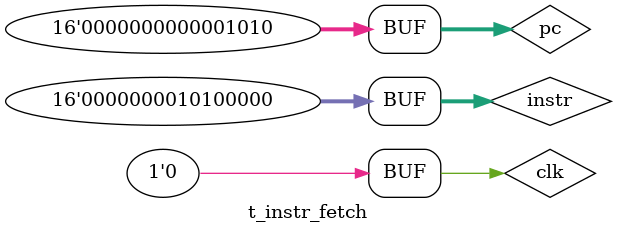
<source format=v>
`timescale 1ns / 1ps

module t_instr_fetch;

	// Inputs
	reg clk;
	reg [15:0] pc;
	reg [15:0] instr;

	// Outputs
	wire [11:0] instr_addr;
	wire [3:0] opcode;
	wire [5:0] Rm;
	wire [5:0] Rn;
	wire [11:0] jump_addr;
	wire [15:0] next_pc;

	// Instantiate the Unit Under Test (UUT)
	instr_fetch uut (
		.clk(clk), 
		.pc(pc), 
		.instr(instr), 
		.instr_addr(instr_addr), 
		.opcode(opcode), 
		.Rm(Rm), 
		.Rn(Rn), 
		.jump_addr(jump_addr), 
		.next_pc(next_pc)
	);

	initial begin
		// Initialize Inputs
		clk = 0;
		pc = 0;
		instr = 0;

		// Wait 100 ns for global reset to finish
		#100;
        
		// Add stimulus here
		repeat (10)
		begin
			clk = !clk;
			#10 pc = pc + 1;
			#20 instr = instr + 16;
			#20;
		end
		
	end
      
endmodule


</source>
